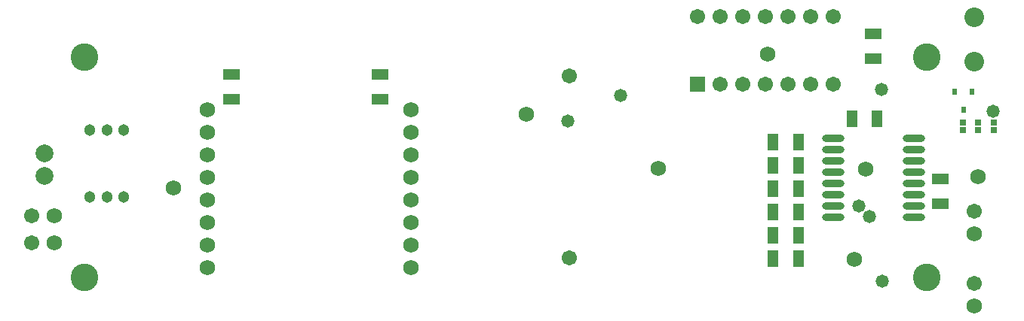
<source format=gts>
G04*
G04 #@! TF.GenerationSoftware,Altium Limited,Altium Designer,21.5.1 (32)*
G04*
G04 Layer_Color=8388736*
%FSLAX25Y25*%
%MOIN*%
G70*
G04*
G04 #@! TF.SameCoordinates,6B47F07E-1737-4CAB-AE6A-8125E67B32FB*
G04*
G04*
G04 #@! TF.FilePolarity,Negative*
G04*
G01*
G75*
%ADD24R,0.07493X0.04540*%
%ADD25R,0.05131X0.07493*%
%ADD26R,0.04540X0.07493*%
%ADD27R,0.02965X0.03162*%
%ADD28O,0.09855X0.03162*%
%ADD29R,0.02362X0.02756*%
%ADD30C,0.06706*%
%ADD31C,0.06800*%
%ADD32C,0.05131*%
%ADD33C,0.08674*%
%ADD34R,0.06706X0.06706*%
%ADD35C,0.07874*%
%ADD36C,0.12217*%
%ADD37C,0.05800*%
D24*
X388779Y136024D02*
D03*
Y125000D02*
D03*
X170866Y107087D02*
D03*
Y118110D02*
D03*
X418504Y60532D02*
D03*
Y71555D02*
D03*
X105118Y118110D02*
D03*
Y107087D02*
D03*
D25*
X344291Y67402D02*
D03*
X355709D02*
D03*
X344291Y57008D02*
D03*
X355709D02*
D03*
X344291Y77795D02*
D03*
X355709D02*
D03*
X344291Y88189D02*
D03*
X355709D02*
D03*
Y46614D02*
D03*
X344291D02*
D03*
Y36220D02*
D03*
X355709D02*
D03*
D26*
X379528Y98425D02*
D03*
X390551D02*
D03*
D27*
X435237Y93406D02*
D03*
Y96752D02*
D03*
X428347Y93405D02*
D03*
Y96752D02*
D03*
X442126Y93406D02*
D03*
Y96752D02*
D03*
D28*
X371063Y89547D02*
D03*
Y84547D02*
D03*
Y79547D02*
D03*
Y74547D02*
D03*
Y69547D02*
D03*
Y64547D02*
D03*
Y59547D02*
D03*
Y54547D02*
D03*
X406890Y89547D02*
D03*
Y84547D02*
D03*
Y79547D02*
D03*
Y74547D02*
D03*
Y69547D02*
D03*
Y64547D02*
D03*
Y59547D02*
D03*
Y54547D02*
D03*
D29*
X428642Y102362D02*
D03*
X424902Y110236D02*
D03*
X432382D02*
D03*
D30*
X16913Y55245D02*
D03*
Y43434D02*
D03*
X254331Y36614D02*
D03*
Y117323D02*
D03*
X433366Y57441D02*
D03*
X321240Y113740D02*
D03*
X331240D02*
D03*
X341240D02*
D03*
X351240D02*
D03*
X361240D02*
D03*
X371240D02*
D03*
X311240Y143740D02*
D03*
X321240D02*
D03*
X331240D02*
D03*
X341240D02*
D03*
X351240D02*
D03*
X361240D02*
D03*
X371240D02*
D03*
X433366Y25492D02*
D03*
D31*
X235433Y100394D02*
D03*
X79528Y67716D02*
D03*
X26913Y43434D02*
D03*
Y55245D02*
D03*
X293791Y76272D02*
D03*
X380421Y35917D02*
D03*
X433366Y47441D02*
D03*
Y15492D02*
D03*
X342126Y126870D02*
D03*
X385531Y75984D02*
D03*
X435039Y72835D02*
D03*
X94488Y102362D02*
D03*
Y92362D02*
D03*
Y82362D02*
D03*
Y72362D02*
D03*
Y62362D02*
D03*
Y52362D02*
D03*
Y42362D02*
D03*
Y32362D02*
D03*
X184488Y102362D02*
D03*
Y92362D02*
D03*
Y82362D02*
D03*
Y72362D02*
D03*
Y62362D02*
D03*
Y52362D02*
D03*
Y42362D02*
D03*
Y32362D02*
D03*
D32*
X57500Y63779D02*
D03*
X42500D02*
D03*
X50000D02*
D03*
Y93307D02*
D03*
X57500D02*
D03*
X42500D02*
D03*
D33*
X433563Y143425D02*
D03*
Y123622D02*
D03*
D34*
X311240Y113740D02*
D03*
D35*
X22441Y72953D02*
D03*
Y82953D02*
D03*
D36*
X412598Y27953D02*
D03*
Y125591D02*
D03*
X40157D02*
D03*
Y27953D02*
D03*
D37*
X392309Y111457D02*
D03*
X392618Y26378D02*
D03*
X277264Y108760D02*
D03*
X441823Y101575D02*
D03*
X253740Y97342D02*
D03*
X382283Y59842D02*
D03*
X387274Y55135D02*
D03*
M02*

</source>
